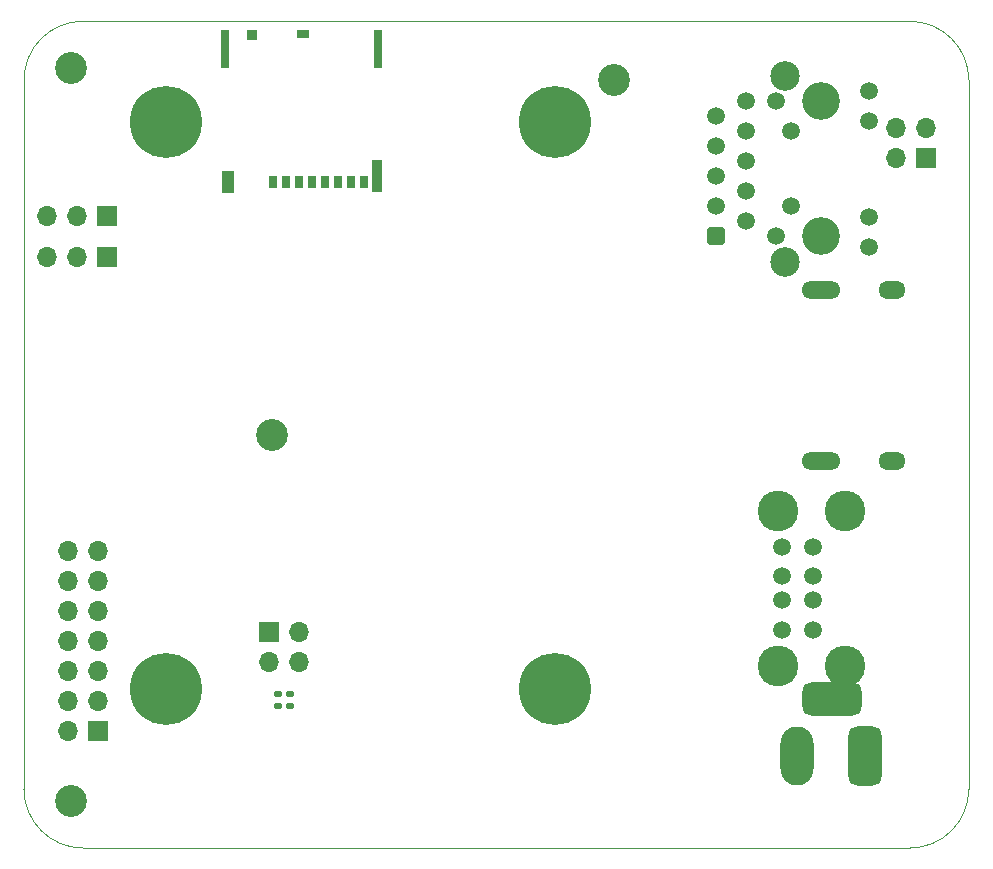
<source format=gbs>
G04 #@! TF.GenerationSoftware,KiCad,Pcbnew,5.99.0-unknown-2a2dc1c0ff~131~ubuntu21.04.1*
G04 #@! TF.CreationDate,2021-08-03T15:44:55+06:00*
G04 #@! TF.ProjectId,CM4IOv5,434d3449-4f76-4352-9e6b-696361645f70,rev?*
G04 #@! TF.SameCoordinates,Original*
G04 #@! TF.FileFunction,Soldermask,Bot*
G04 #@! TF.FilePolarity,Negative*
%FSLAX46Y46*%
G04 Gerber Fmt 4.6, Leading zero omitted, Abs format (unit mm)*
G04 Created by KiCad (PCBNEW 5.99.0-unknown-2a2dc1c0ff~131~ubuntu21.04.1) date 2021-08-03 15:44:55*
%MOMM*%
%LPD*%
G01*
G04 APERTURE LIST*
G04 Aperture macros list*
%AMRoundRect*
0 Rectangle with rounded corners*
0 $1 Rounding radius*
0 $2 $3 $4 $5 $6 $7 $8 $9 X,Y pos of 4 corners*
0 Add a 4 corners polygon primitive as box body*
4,1,4,$2,$3,$4,$5,$6,$7,$8,$9,$2,$3,0*
0 Add four circle primitives for the rounded corners*
1,1,$1+$1,$2,$3*
1,1,$1+$1,$4,$5*
1,1,$1+$1,$6,$7*
1,1,$1+$1,$8,$9*
0 Add four rect primitives between the rounded corners*
20,1,$1+$1,$2,$3,$4,$5,0*
20,1,$1+$1,$4,$5,$6,$7,0*
20,1,$1+$1,$6,$7,$8,$9,0*
20,1,$1+$1,$8,$9,$2,$3,0*%
G04 Aperture macros list end*
G04 #@! TA.AperFunction,Profile*
%ADD10C,0.050000*%
G04 #@! TD*
%ADD11C,6.100000*%
%ADD12RoundRect,0.700000X1.800000X0.700000X-1.800000X0.700000X-1.800000X-0.700000X1.800000X-0.700000X0*%
%ADD13RoundRect,0.700000X0.700000X1.800000X-0.700000X1.800000X-0.700000X-1.800000X0.700000X-1.800000X0*%
%ADD14O,2.800000X5.000000*%
%ADD15C,1.500000*%
%ADD16C,3.450000*%
%ADD17O,3.300000X1.500000*%
%ADD18O,2.300000X1.500000*%
%ADD19C,2.700000*%
%ADD20R,1.700000X1.700000*%
%ADD21O,1.700000X1.700000*%
%ADD22C,3.200000*%
%ADD23RoundRect,0.250500X0.499500X-0.499500X0.499500X0.499500X-0.499500X0.499500X-0.499500X-0.499500X0*%
%ADD24C,2.500000*%
%ADD25RoundRect,0.135000X-0.185000X0.135000X-0.185000X-0.135000X0.185000X-0.135000X0.185000X0.135000X0*%
%ADD26R,0.700000X1.100000*%
%ADD27R,0.900000X0.930000*%
%ADD28R,1.050000X0.780000*%
%ADD29R,0.700000X3.330000*%
%ADD30R,1.140000X1.830000*%
%ADD31R,0.860000X2.800000*%
G04 APERTURE END LIST*
D10*
X141200000Y-105400000D02*
G75*
G03*
X146200000Y-100400000I0J5000000D01*
G01*
X146200000Y-40400000D02*
G75*
G03*
X141200000Y-35400000I-5000000J0D01*
G01*
X146200000Y-40400000D02*
X146200000Y-100400000D01*
X66200000Y-100400000D02*
G75*
G03*
X71200000Y-105400000I5000000J0D01*
G01*
X141200000Y-105400000D02*
X71200000Y-105400000D01*
X66200000Y-100400000D02*
X66200000Y-40400000D01*
X71200000Y-35400000D02*
G75*
G03*
X66200000Y-40400000I0J-5000000D01*
G01*
X71200000Y-35400000D02*
X141200000Y-35400000D01*
D11*
X111200000Y-91900000D03*
X111200000Y-43900000D03*
X78200000Y-91900000D03*
X78200000Y-43900000D03*
D12*
X134630400Y-92801600D03*
D13*
X137430400Y-97601600D03*
D14*
X131630400Y-97601600D03*
D15*
X130370000Y-86900000D03*
X130370000Y-84400000D03*
X130370000Y-82400000D03*
X130370000Y-79900000D03*
X132990000Y-86900000D03*
X132990000Y-84400000D03*
X132990000Y-82400000D03*
X132990000Y-79900000D03*
D16*
X135700000Y-89970000D03*
X135700000Y-76830000D03*
X130020000Y-89970000D03*
X130020000Y-76830000D03*
D17*
X133700000Y-58175000D03*
X133700000Y-72675000D03*
D18*
X139660000Y-72675000D03*
X139660000Y-58175000D03*
D19*
X87200000Y-70400000D03*
X70200000Y-39400000D03*
X116200000Y-40400000D03*
D20*
X73225000Y-55400000D03*
D21*
X70685000Y-55400000D03*
X68145000Y-55400000D03*
D22*
X133700000Y-42185000D03*
X133700000Y-53615000D03*
D23*
X124810000Y-53615000D03*
D15*
X127350000Y-52345000D03*
X124810000Y-51075000D03*
X127350000Y-49805000D03*
X124810000Y-48535000D03*
X127350000Y-47265000D03*
X124810000Y-45995000D03*
X127350000Y-44725000D03*
X124810000Y-43455000D03*
X127350000Y-42185000D03*
X129870000Y-53615000D03*
X131140000Y-51075000D03*
X131140000Y-44725000D03*
X129870000Y-42185000D03*
X137760000Y-54530000D03*
X137760000Y-51990000D03*
X137760000Y-43810000D03*
X137760000Y-41270000D03*
D24*
X130650000Y-55775000D03*
X130650000Y-40025000D03*
D20*
X73200000Y-51900000D03*
D21*
X70660000Y-51900000D03*
X68120000Y-51900000D03*
D20*
X142555200Y-46980000D03*
D21*
X140015200Y-46980000D03*
X142555200Y-44440000D03*
X140015200Y-44440000D03*
D20*
X72475000Y-95525000D03*
D21*
X69935000Y-95525000D03*
X72475000Y-92985000D03*
X69935000Y-92985000D03*
X72475000Y-90445000D03*
X69935000Y-90445000D03*
X72475000Y-87905000D03*
X69935000Y-87905000D03*
X72475000Y-85365000D03*
X69935000Y-85365000D03*
X72475000Y-82825000D03*
X69935000Y-82825000D03*
X72475000Y-80285000D03*
X69935000Y-80285000D03*
D19*
X70200000Y-101400000D03*
D25*
X87700000Y-92380000D03*
X87700000Y-93400000D03*
X88700000Y-92380000D03*
X88700000Y-93400000D03*
D20*
X86980000Y-87112000D03*
D21*
X86980000Y-89652000D03*
X89520000Y-87112000D03*
X89520000Y-89652000D03*
D26*
X87320000Y-49025000D03*
X88420000Y-49025000D03*
X89520000Y-49025000D03*
X90620000Y-49025000D03*
X91720000Y-49025000D03*
X92820000Y-49025000D03*
X93920000Y-49025000D03*
X95020000Y-49025000D03*
D27*
X85530000Y-36560000D03*
D28*
X89795000Y-36485000D03*
D29*
X96180000Y-37760000D03*
X83220000Y-37760000D03*
D30*
X83440000Y-49010000D03*
D31*
X96100000Y-48525000D03*
M02*

</source>
